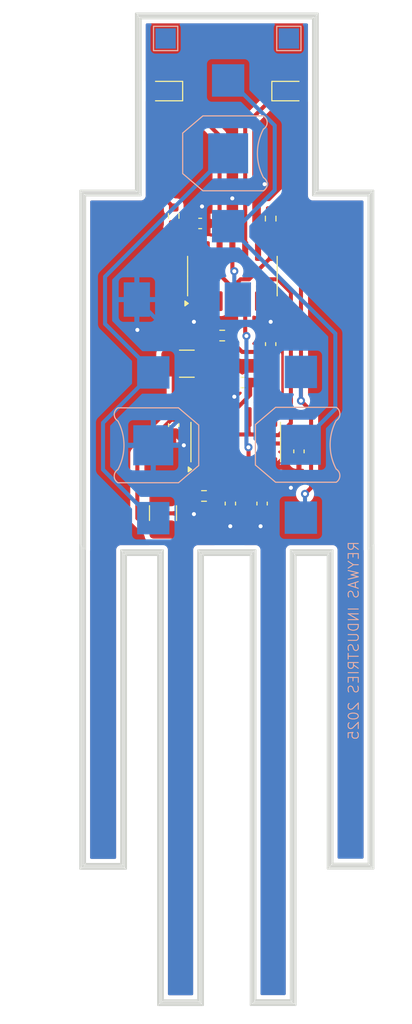
<source format=kicad_pcb>
(kicad_pcb (version 20221018) (generator pcbnew)
  (layers (0 "F.Cu" signal) (31 "B.Cu" signal) (34 "B.Paste" user) (35 "F.Paste" user) (36 "B.SilkS" user "B.Silkscreen") (37 "F.SilkS" user "F.Silkscreen") (38 "B.Mask" user) (39 "F.Mask" user) (44 "Edge.Cuts" user))
  (net 0 "")
  (net 1 "Net-(BT1-+)")
  (net 2 "GND")
  (net 3 "+6V")
  (net 4 "Net-(BT2--)")
  (net 5 "Net-(U2B-THR)")
  (net 6 "Net-(U2B-CV)")
  (net 7 "Net-(U2A-CV)")
  (net 8 "Net-(U2A-THR)")
  (net 9 "Net-(D1-K)")
  (net 10 "Net-(D2-K)")
  (net 11 "Net-(U2B-DIS)")
  (net 12 "Net-(U2A-DIS)")
  (net 13 "Net-(U2B-Q)")
  (net 14 "Net-(U2A-Q)")
  (net 15 "Net-(LS1-Pad1)")
  (net 18 "Net-(D1-A)")
  (net 19 "Net-(D2-A)")
  (footprint "LED_SMD:LED_0805_2012Metric" (layer "F.Cu") (at 132.6 47.2 180)
    (fp_text reference "D1" hide)
    (fp_text value "LED")
    (fp_line (start -1.685 -0.96) (end -1.685 0.96) (stroke (width 0.12)) (layer "F.SilkS"))
    (fp_line (start -1.685 0.96) (end 1 0.96) (stroke (width 0.12)) (layer "F.SilkS"))
    (fp_line (start 1 -0.96) (end -1.685 -0.96) (stroke (width 0.12)) (layer "F.SilkS"))
    (pad "1" smd roundrect (at -0.9375 0 180) (size 0.975 1.4) (layers "F.Cu" "F.Paste" "F.Mask") (net 9 "Net-(D1-K)"))
    (pad "2" smd roundrect (at 0.9375 0 180) (size 0.975 1.4) (layers "F.Cu" "F.Paste" "F.Mask") (net 18 "Net-(D1-A)"))
  )
  (footprint "Capacitor_SMD:C_0603_1608Metric" (layer "F.Cu") (at 136.02 60.2825 180)
    (fp_text reference "C7" hide)
    (fp_text value "100n")
    (fp_line (start -0.14058 -0.51) (end 0.14058 -0.51) (stroke (width 0.12)) (layer "F.SilkS"))
    (fp_line (start -0.14058 0.51) (end 0.14058 0.51) (stroke (width 0.12)) (layer "F.SilkS"))
    (pad "1" smd roundrect (at -0.775 0 180) (size 0.9 0.95) (layers "F.Cu" "F.Paste" "F.Mask") (net 2 "GND"))
    (pad "2" smd roundrect (at 0.775 0 180) (size 0.9 0.95) (layers "F.Cu" "F.Paste" "F.Mask") (net 3 "+6V"))
  )
  (footprint "Capacitor_SMD:C_0603_1608Metric" (layer "F.Cu") (at 140.2 76 180)
    (fp_text reference "C3" hide)
    (fp_text value "100n")
    (fp_line (start -0.14058 -0.51) (end 0.14058 -0.51) (stroke (width 0.12)) (layer "F.SilkS"))
    (fp_line (start -0.14058 0.51) (end 0.14058 0.51) (stroke (width 0.12)) (layer "F.SilkS"))
    (pad "1" smd roundrect (at -0.775 0 180) (size 0.9 0.95) (layers "F.Cu" "F.Paste" "F.Mask") (net 6 "Net-(U2B-CV)"))
    (pad "2" smd roundrect (at 0.775 0 180) (size 0.9 0.95) (layers "F.Cu" "F.Paste" "F.Mask") (net 2 "GND"))
  )
  (footprint "Capacitor_SMD:C_0603_1608Metric" (layer "F.Cu") (at 142.15 87.9575 -90)
    (fp_text reference "C5" hide)
    (fp_text value "47n")
    (fp_line (start -0.14058 -0.51) (end 0.14058 -0.51) (stroke (width 0.12)) (layer "F.SilkS"))
    (fp_line (start -0.14058 0.51) (end 0.14058 0.51) (stroke (width 0.12)) (layer "F.SilkS"))
    (pad "1" smd roundrect (at -0.775 0 270) (size 0.9 0.95) (layers "F.Cu" "F.Paste" "F.Mask") (net 8 "Net-(U2A-THR)"))
    (pad "2" smd roundrect (at 0.775 0 270) (size 0.9 0.95) (layers "F.Cu" "F.Paste" "F.Mask") (net 2 "GND"))
  )
  (footprint "Library:SMD2.4x3.6" (layer "F.Cu") (at 134.6 74)
    (fp_text reference "R2" hide)
    (fp_text value "R_Photo" hide)
    (fp_line (start -0.627064 -1.2) (end 0.827064 -1.2) (stroke (width 0.12)) (layer "F.SilkS"))
    (fp_line (start -0.627064 1.475) (end 0.827064 1.475) (stroke (width 0.12)) (layer "F.SilkS"))
    (pad "1" smd roundrect (at -1.525 0.1) (size 1.8 2.6) (layers "F.Cu" "F.Paste" "F.Mask") (roundrect_rratio 0.2222222222) (net 3 "+6V"))
    (pad "2" smd roundrect (at 1.675 0.1) (size 1.8 2.6) (layers "F.Cu" "F.Paste" "F.Mask") (roundrect_rratio 0.2222222222) (net 11 "Net-(U2B-DIS)"))
  )
  (footprint "Capacitor_SMD:C_0603_1608Metric" (layer "F.Cu") (at 139.01 87.9575 -90)
    (fp_text reference "C4" hide)
    (fp_text value "100n")
    (fp_line (start -0.14058 -0.51) (end 0.14058 -0.51) (stroke (width 0.12)) (layer "F.SilkS"))
    (fp_line (start -0.14058 0.51) (end 0.14058 0.51) (stroke (width 0.12)) (layer "F.SilkS"))
    (pad "1" smd roundrect (at -0.775 0 270) (size 0.9 0.95) (layers "F.Cu" "F.Paste" "F.Mask") (net 7 "Net-(U2A-CV)"))
    (pad "2" smd roundrect (at 0.775 0 270) (size 0.9 0.95) (layers "F.Cu" "F.Paste" "F.Mask") (net 2 "GND"))
  )
  (footprint "Resistor_SMD:R_0603_1608Metric" (layer "F.Cu") (at 136.4 87.2075)
    (fp_text reference "R4" hide)
    (fp_text value "10k")
    (fp_line (start -0.237258 -0.5225) (end 0.237258 -0.5225) (stroke (width 0.12)) (layer "F.SilkS"))
    (fp_line (start -0.237258 0.5225) (end 0.237258 0.5225) (stroke (width 0.12)) (layer "F.SilkS"))
    (pad "1" smd roundrect (at -0.825 0) (size 0.8 0.95) (layers "F.Cu" "F.Paste" "F.Mask") (net 12 "Net-(U2A-DIS)"))
    (pad "2" smd roundrect (at 0.825 0) (size 0.8 0.95) (layers "F.Cu" "F.Paste" "F.Mask") (net 8 "Net-(U2A-THR)"))
  )
  (footprint "Library:SMD2.4x3.6" (layer "F.Cu") (at 132.2 89 90)
    (fp_text reference "R3" hide)
    (fp_text value "R_Photo" hide)
    (fp_line (start -0.627064 -1.2) (end 0.827064 -1.2) (stroke (width 0.12)) (layer "F.SilkS"))
    (fp_line (start -0.627064 1.475) (end 0.827064 1.475) (stroke (width 0.12)) (layer "F.SilkS"))
    (pad "1" smd roundrect (at -1.525 0.1 90) (size 1.8 2.6) (layers "F.Cu" "F.Paste" "F.Mask") (roundrect_rratio 0.2222222222) (net 3 "+6V"))
    (pad "2" smd roundrect (at 1.675 0.1 90) (size 1.8 2.6) (layers "F.Cu" "F.Paste" "F.Mask") (roundrect_rratio 0.2222222222) (net 12 "Net-(U2A-DIS)"))
  )
  (footprint "Capacitor_SMD:C_0603_1608Metric" (layer "F.Cu") (at 145.8 82.8 -90)
    (fp_text reference "C1" hide)
    (fp_text value "1u")
    (fp_line (start -0.14058 -0.51) (end 0.14058 -0.51) (stroke (width 0.12)) (layer "F.SilkS"))
    (fp_line (start -0.14058 0.51) (end 0.14058 0.51) (stroke (width 0.12)) (layer "F.SilkS"))
    (pad "1" smd roundrect (at -0.775 0 270) (size 0.9 0.95) (layers "F.Cu" "F.Paste" "F.Mask") (net 3 "+6V"))
    (pad "2" smd roundrect (at 0.775 0 270) (size 0.9 0.95) (layers "F.Cu" "F.Paste" "F.Mask") (net 2 "GND"))
  )
  (footprint "Resistor_SMD:R_0603_1608Metric" (layer "F.Cu") (at 138.2 71.3575)
    (fp_text reference "R1" hide)
    (fp_text value "10k")
    (fp_line (start -0.237258 -0.5225) (end 0.237258 -0.5225) (stroke (width 0.12)) (layer "F.SilkS"))
    (fp_line (start -0.237258 0.5225) (end 0.237258 0.5225) (stroke (width 0.12)) (layer "F.SilkS"))
    (pad "1" smd roundrect (at -0.825 0) (size 0.8 0.95) (layers "F.Cu" "F.Paste" "F.Mask") (net 11 "Net-(U2B-DIS)"))
    (pad "2" smd roundrect (at 0.825 0) (size 0.8 0.95) (layers "F.Cu" "F.Paste" "F.Mask") (net 5 "Net-(U2B-THR)"))
  )
  (footprint "Package_SO:SOIC-14_3.9x8.7mm_P1.27mm" (layer "F.Cu") (at 139.21 65.4825 90)
    (fp_text reference "U1" hide)
    (fp_text value "4030")
    (fp_line (start 0 -4.435) (end -1.95 -4.435) (stroke (width 0.12)) (layer "F.SilkS"))
    (fp_line (start 0 -4.435) (end 1.95 -4.435) (stroke (width 0.12)) (layer "F.SilkS"))
    (fp_line (start 0 4.435) (end -1.95 4.435) (stroke (width 0.12)) (layer "F.SilkS"))
    (fp_line (start 0 4.435) (end 1.95 4.435) (stroke (width 0.12)) (layer "F.SilkS"))
    (fp_poly (pts (xy -2.7 -4.37) (xy -2.94 -4.7) (xy -2.46 -4.7) (xy -2.7 -4.37)) (stroke (width 0.12)) (fill solid) (layer "F.SilkS"))
    (pad "1" smd roundrect (at -2.475 -3.81 90) (size 1.95 0.6) (layers "F.Cu" "F.Paste" "F.Mask") (net 2 "GND"))
    (pad "2" smd roundrect (at -2.475 -2.54 90) (size 1.95 0.6) (layers "F.Cu" "F.Paste" "F.Mask") (net 2 "GND"))
    (pad "3" smd roundrect (at -2.475 -1.27 90) (size 1.95 0.6) (layers "F.Cu" "F.Paste" "F.Mask"))
    (pad "4" smd roundrect (at -2.475 0 90) (size 1.95 0.6) (layers "F.Cu" "F.Paste" "F.Mask") (net 9 "Net-(D1-K)"))
    (pad "5" smd roundrect (at -2.475 1.27 90) (size 1.95 0.6) (layers "F.Cu" "F.Paste" "F.Mask") (net 14 "Net-(U2A-Q)"))
    (pad "6" smd roundrect (at -2.475 2.54 90) (size 1.95 0.6) (layers "F.Cu" "F.Paste" "F.Mask") (net 13 "Net-(U2B-Q)"))
    (pad "7" smd roundrect (at -2.475 3.81 90) (size 1.95 0.6) (layers "F.Cu" "F.Paste" "F.Mask") (net 2 "GND"))
    (pad "8" smd roundrect (at 2.475 3.81 90) (size 1.95 0.6) (layers "F.Cu" "F.Paste" "F.Mask") (net 9 "Net-(D1-K)"))
    (pad "9" smd roundrect (at 2.475 2.54 90) (size 1.95 0.6) (layers "F.Cu" "F.Paste" "F.Mask") (net 3 "+6V"))
    (pad "10" smd roundrect (at 2.475 1.27 90) (size 1.95 0.6) (layers "F.Cu" "F.Paste" "F.Mask") (net 10 "Net-(D2-K)"))
    (pad "11" smd roundrect (at 2.475 0 90) (size 1.95 0.6) (layers "F.Cu" "F.Paste" "F.Mask") (net 15 "Net-(LS1-Pad1)"))
    (pad "12" smd roundrect (at 2.475 -1.27 90) (size 1.95 0.6) (layers "F.Cu" "F.Paste" "F.Mask") (net 9 "Net-(D1-K)"))
    (pad "13" smd roundrect (at 2.475 -2.54 90) (size 1.95 0.6) (layers "F.Cu" "F.Paste" "F.Mask") (net 3 "+6V"))
    (pad "14" smd roundrect (at 2.475 -3.81 90) (size 1.95 0.6) (layers "F.Cu" "F.Paste" "F.Mask") (net 3 "+6V"))
  )
  (footprint "Package_SO:SOIC-14_3.9x8.7mm_P1.27mm" (layer "F.Cu") (at 139.54 81.8825 90)
    (fp_text reference "U2" hide)
    (fp_text value "LM556")
    (fp_line (start 0 -4.435) (end -1.95 -4.435) (stroke (width 0.12)) (layer "F.SilkS"))
    (fp_line (start 0 -4.435) (end 1.95 -4.435) (stroke (width 0.12)) (layer "F.SilkS"))
    (fp_line (start 0 4.435) (end -1.95 4.435) (stroke (width 0.12)) (layer "F.SilkS"))
    (fp_line (start 0 4.435) (end 1.95 4.435) (stroke (width 0.12)) (layer "F.SilkS"))
    (fp_poly (pts (xy -2.7 -4.37) (xy -2.94 -4.7) (xy -2.46 -4.7) (xy -2.7 -4.37)) (stroke (width 0.12)) (fill solid) (layer "F.SilkS"))
    (pad "1" smd roundrect (at -2.475 -3.81 90) (size 1.95 0.6) (layers "F.Cu" "F.Paste" "F.Mask") (net 12 "Net-(U2A-DIS)"))
    (pad "2" smd roundrect (at -2.475 -2.54 90) (size 1.95 0.6) (layers "F.Cu" "F.Paste" "F.Mask") (net 8 "Net-(U2A-THR)"))
    (pad "3" smd roundrect (at -2.475 -1.27 90) (size 1.95 0.6) (layers "F.Cu" "F.Paste" "F.Mask") (net 7 "Net-(U2A-CV)"))
    (pad "4" smd roundrect (at -2.475 0 90) (size 1.95 0.6) (layers "F.Cu" "F.Paste" "F.Mask") (net 3 "+6V"))
    (pad "5" smd roundrect (at -2.475 1.27 90) (size 1.95 0.6) (layers "F.Cu" "F.Paste" "F.Mask") (net 14 "Net-(U2A-Q)"))
    (pad "6" smd roundrect (at -2.475 2.54 90) (size 1.95 0.6) (layers "F.Cu" "F.Paste" "F.Mask") (net 8 "Net-(U2A-THR)"))
    (pad "7" smd roundrect (at -2.475 3.81 90) (size 1.95 0.6) (layers "F.Cu" "F.Paste" "F.Mask") (net 2 "GND"))
    (pad "8" smd roundrect (at 2.475 3.81 90) (size 1.95 0.6) (layers "F.Cu" "F.Paste" "F.Mask") (net 5 "Net-(U2B-THR)"))
    (pad "9" smd roundrect (at 2.475 2.54 90) (size 1.95 0.6) (layers "F.Cu" "F.Paste" "F.Mask") (net 13 "Net-(U2B-Q)"))
    (pad "10" smd roundrect (at 2.475 1.27 90) (size 1.95 0.6) (layers "F.Cu" "F.Paste" "F.Mask") (net 3 "+6V"))
    (pad "11" smd roundrect (at 2.475 0 90) (size 1.95 0.6) (layers "F.Cu" "F.Paste" "F.Mask") (net 6 "Net-(U2B-CV)"))
    (pad "12" smd roundrect (at 2.475 -1.27 90) (size 1.95 0.6) (layers "F.Cu" "F.Paste" "F.Mask") (net 5 "Net-(U2B-THR)"))
    (pad "13" smd roundrect (at 2.475 -2.54 90) (size 1.95 0.6) (layers "F.Cu" "F.Paste" "F.Mask") (net 11 "Net-(U2B-DIS)"))
    (pad "14" smd roundrect (at 2.475 -3.81 90) (size 1.95 0.6) (layers "F.Cu" "F.Paste" "F.Mask") (net 3 "+6V"))
  )
  (footprint "Resistor_SMD:R_0603_1608Metric" (layer "F.Cu") (at 133.4 59.5325 -90)
    (fp_text reference "R5" hide)
    (fp_text value "220")
    (fp_line (start -0.237258 -0.5225) (end 0.237258 -0.5225) (stroke (width 0.12)) (layer "F.SilkS"))
    (fp_line (start -0.237258 0.5225) (end 0.237258 0.5225) (stroke (width 0.12)) (layer "F.SilkS"))
    (pad "1" smd roundrect (at -0.825 0 270) (size 0.8 0.95) (layers "F.Cu" "F.Paste" "F.Mask") (net 18 "Net-(D1-A)"))
    (pad "2" smd roundrect (at 0.825 0 270) (size 0.8 0.95) (layers "F.Cu" "F.Paste" "F.Mask") (net 3 "+6V"))
  )
  (footprint "LED_SMD:LED_0805_2012Metric" (layer "F.Cu") (at 144.8 47.2)
    (fp_text reference "D2" hide)
    (fp_text value "LED")
    (fp_line (start -1.685 -0.96) (end -1.685 0.96) (stroke (width 0.12)) (layer "F.SilkS"))
    (fp_line (start -1.685 0.96) (end 1 0.96) (stroke (width 0.12)) (layer "F.SilkS"))
    (fp_line (start 1 -0.96) (end -1.685 -0.96) (stroke (width 0.12)) (layer "F.SilkS"))
    (pad "1" smd roundrect (at -0.9375 0) (size 0.975 1.4) (layers "F.Cu" "F.Paste" "F.Mask") (net 10 "Net-(D2-K)"))
    (pad "2" smd roundrect (at 0.9375 0) (size 0.975 1.4) (layers "F.Cu" "F.Paste" "F.Mask") (net 19 "Net-(D2-A)"))
  )
  (footprint "Resistor_SMD:R_0603_1608Metric" (layer "F.Cu") (at 143 59.8 -90)
    (fp_text reference "R6" hide)
    (fp_text value "220")
    (fp_line (start -0.237258 -0.5225) (end 0.237258 -0.5225) (stroke (width 0.12)) (layer "F.SilkS"))
    (fp_line (start -0.237258 0.5225) (end 0.237258 0.5225) (stroke (width 0.12)) (layer "F.SilkS"))
    (pad "1" smd roundrect (at -0.825 0 270) (size 0.8 0.95) (layers "F.Cu" "F.Paste" "F.Mask") (net 19 "Net-(D2-A)"))
    (pad "2" smd roundrect (at 0.825 0 270) (size 0.8 0.95) (layers "F.Cu" "F.Paste" "F.Mask") (net 3 "+6V"))
  )
  (footprint "Capacitor_SMD:C_0603_1608Metric" (layer "F.Cu") (at 133.4 80.2 90)
    (fp_text reference "C6" hide)
    (fp_text value "100n")
    (fp_line (start -0.14058 -0.51) (end 0.14058 -0.51) (stroke (width 0.12)) (layer "F.SilkS"))
    (fp_line (start -0.14058 0.51) (end 0.14058 0.51) (stroke (width 0.12)) (layer "F.SilkS"))
    (pad "1" smd roundrect (at -0.775 0 90) (size 0.9 0.95) (layers "F.Cu" "F.Paste" "F.Mask") (net 2 "GND"))
    (pad "2" smd roundrect (at 0.775 0 90) (size 0.9 0.95) (layers "F.Cu" "F.Paste" "F.Mask") (net 3 "+6V"))
  )
  (footprint "Capacitor_SMD:C_0603_1608Metric" (layer "F.Cu") (at 143 72.2 90)
    (fp_text reference "C2" hide)
    (fp_text value "47n")
    (fp_line (start -0.14058 -0.51) (end 0.14058 -0.51) (stroke (width 0.12)) (layer "F.SilkS"))
    (fp_line (start -0.14058 0.51) (end 0.14058 0.51) (stroke (width 0.12)) (layer "F.SilkS"))
    (pad "1" smd roundrect (at -0.775 0 90) (size 0.9 0.95) (layers "F.Cu" "F.Paste" "F.Mask") (net 5 "Net-(U2B-THR)"))
    (pad "2" smd roundrect (at 0.775 0 90) (size 0.9 0.95) (layers "F.Cu" "F.Paste" "F.Mask") (net 2 "GND"))
  )
  (footprint "Library:BatteryHolder_Keystone_2996" (layer "B.Cu") (at 139.4875 81.6 90)
    (fp_text reference "BT2" hide)
    (fp_text value "Battery_Cell")
    (fp_line (start -4.25 10) (end -4.25 4) (stroke (width 0.12)) (layer "B.SilkS"))
    (fp_line (start -2.55 2) (end -4.25 4) (stroke (width 0.12)) (layer "B.SilkS"))
    (fp_line (start -2.55 2) (end 1.45 2) (stroke (width 0.12)) (layer "B.SilkS"))
    (fp_line (start 1.45 2) (end 3.15 4) (stroke (width 0.12)) (layer "B.SilkS"))
    (fp_line (start 3.15 10) (end 3.15 4) (stroke (width 0.12)) (layer "B.SilkS"))
    (fp_arc (start -2.95 10) (mid -3.605452 10.363197) (end -4.255648 9.990673) (stroke (width 0.12)) (layer "B.SilkS"))
    (fp_arc (start -2.95 10) (mid -0.55488 9.400002) (end 1.841383 9.995415) (stroke (width 0.12)) (layer "B.SilkS"))
    (fp_arc (start 3.153723 10) (mid 2.496477 10.366382) (end 1.842627 9.993972) (stroke (width 0.12)) (layer "B.SilkS"))
    (pad "1" smd rect (at -7.75 6.5 90) (size 3.2 3.2) (layers "B.Cu" "B.Paste" "B.Mask") (net 3 "+6V"))
    (pad "1" smd rect (at 6.65 6.5 90) (size 3.2 3.2) (layers "B.Cu" "B.Paste" "B.Mask") (net 3 "+6V"))
    (pad "2" smd rect (at -0.55 6.5 90) (size 3.96 3.96) (layers "B.Cu" "B.Paste" "B.Mask") (net 4 "Net-(BT2--)"))
  )
  (footprint "Library:BatteryHolder_Keystone_2996" (layer "B.Cu") (at 132.2875 52.8 90)
    (fp_text reference "BT3" hide)
    (fp_text value "Battery_Cell")
    (fp_line (start -4.25 10) (end -4.25 4) (stroke (width 0.12)) (layer "B.SilkS"))
    (fp_line (start -2.55 2) (end -4.25 4) (stroke (width 0.12)) (layer "B.SilkS"))
    (fp_line (start -2.55 2) (end 1.45 2) (stroke (width 0.12)) (layer "B.SilkS"))
    (fp_line (start 1.45 2) (end 3.15 4) (stroke (width 0.12)) (layer "B.SilkS"))
    (fp_line (start 3.15 10) (end 3.15 4) (stroke (width 0.12)) (layer "B.SilkS"))
    (fp_arc (start -2.95 10) (mid -3.605452 10.363197) (end -4.255648 9.990673) (stroke (width 0.12)) (layer "B.SilkS"))
    (fp_arc (start -2.95 10) (mid -0.55488 9.400002) (end 1.841383 9.995415) (stroke (width 0.12)) (layer "B.SilkS"))
    (fp_arc (start 3.153723 10) (mid 2.496477 10.366382) (end 1.842627 9.993972) (stroke (width 0.12)) (layer "B.SilkS"))
    (pad "1" smd rect (at -7.75 6.5 90) (size 3.2 3.2) (layers "B.Cu" "B.Paste" "B.Mask") (net 4 "Net-(BT2--)"))
    (pad "1" smd rect (at 6.65 6.5 90) (size 3.2 3.2) (layers "B.Cu" "B.Paste" "B.Mask") (net 4 "Net-(BT2--)"))
    (pad "2" smd rect (at -0.55 6.5 90) (size 3.96 3.96) (layers "B.Cu" "B.Paste" "B.Mask") (net 1 "Net-(BT1-+)"))
  )
  (footprint "TestPoint:TestPoint_Pad_2.0x2.0mm" (layer "B.Cu") (at 144.8 42 180)
    (fp_text reference "TP1" hide)
    (fp_text value "TestPoint")
    (fp_line (start -1.2 -1.2) (end -1.2 1.2) (stroke (width 0.12)) (layer "B.SilkS"))
    (fp_line (start -1.2 1.2) (end 1.2 1.2) (stroke (width 0.12)) (layer "B.SilkS"))
    (fp_line (start 1.2 -1.2) (end -1.2 -1.2) (stroke (width 0.12)) (layer "B.SilkS"))
    (fp_line (start 1.2 1.2) (end 1.2 -1.2) (stroke (width 0.12)) (layer "B.SilkS"))
    (pad "1" smd rect (at 0 0 180) (size 2 2) (layers "B.Cu" "B.Mask"))
  )
  (footprint "Library:BatteryHolder_Keystone_2996" (layer "B.Cu") (at 137.875 82.75 -90)
    (fp_text reference "BT1" hide)
    (fp_text value "Battery_Cell")
    (fp_line (start -4.25 10) (end -4.25 4) (stroke (width 0.12)) (layer "B.SilkS"))
    (fp_line (start -2.55 2) (end -4.25 4) (stroke (width 0.12)) (layer "B.SilkS"))
    (fp_line (start -2.55 2) (end 1.45 2) (stroke (width 0.12)) (layer "B.SilkS"))
    (fp_line (start 1.45 2) (end 3.15 4) (stroke (width 0.12)) (layer "B.SilkS"))
    (fp_line (start 3.15 10) (end 3.15 4) (stroke (width 0.12)) (layer "B.SilkS"))
    (fp_arc (start -2.95 10) (mid -3.605452 10.363197) (end -4.255648 9.990673) (stroke (width 0.12)) (layer "B.SilkS"))
    (fp_arc (start -2.95 10) (mid -0.55488 9.400002) (end 1.841383 9.995415) (stroke (width 0.12)) (layer "B.SilkS"))
    (fp_arc (start 3.153723 10) (mid 2.496477 10.366382) (end 1.842627 9.993972) (stroke (width 0.12)) (layer "B.SilkS"))
    (pad "1" smd rect (at -7.75 6.5 270) (size 3.2 3.2) (layers "B.Cu" "B.Paste" "B.Mask") (net 1 "Net-(BT1-+)"))
    (pad "1" smd rect (at 6.65 6.5 270) (size 3.2 3.2) (layers "B.Cu" "B.Paste" "B.Mask") (net 1 "Net-(BT1-+)"))
    (pad "2" smd rect (at -0.55 6.5 270) (size 3.96 3.96) (layers "B.Cu" "B.Paste" "B.Mask") (net 2 "GND"))
  )
  (footprint "TestPoint:TestPoint_Pad_2.0x2.0mm" (layer "B.Cu") (at 132.6 42 180)
    (fp_text reference "TP2" hide)
    (fp_text value "TestPoint")
    (fp_line (start -1.2 -1.2) (end -1.2 1.2) (stroke (width 0.12)) (layer "B.SilkS"))
    (fp_line (start -1.2 1.2) (end 1.2 1.2) (stroke (width 0.12)) (layer "B.SilkS"))
    (fp_line (start 1.2 -1.2) (end -1.2 -1.2) (stroke (width 0.12)) (layer "B.SilkS"))
    (fp_line (start 1.2 1.2) (end 1.2 -1.2) (stroke (width 0.12)) (layer "B.SilkS"))
    (pad "1" smd rect (at 0 0 180) (size 2 2) (layers "B.Cu" "B.Mask"))
  )
  (footprint "Library:Piezo PKMCS0909E4000-R1" (layer "B.Cu") (at 135.45 68.2 180)
    (fp_text reference "LS1" hide)
    (fp_text value "Speaker_Crystal")
    (pad "1" smd rect (at -4.3 0.4 180) (size 2.6 3.4) (layers "B.Cu" "B.Paste" "B.Mask") (net 15 "Net-(LS1-Pad1)"))
    (pad "2" smd rect (at 5.7 0.4 180) (size 2.6 3.4) (layers "B.Cu" "B.Paste" "B.Mask") (net 2 "GND"))
  )
  (gr_line (start 132.327183 137.046876) (end 132.327183 92.570312) (stroke (width 0.2)) (layer "Edge.Cuts"))
  (gr_line (start 124.385098 92.258711) (end 124.385098 123.808206) (stroke (width 0.2)) (layer "Edge.Cuts"))
  (gr_line (start 153.168721 124.019526) (end 153.168721 92.001952) (stroke (width 0.2)) (layer "Edge.Cuts"))
  (gr_line (start 129.658985 39.773437) (end 129.658985 57.039062) (stroke (width 0.2)) (layer "Edge.Cuts"))
  (gr_line (start 144.993199 137.033206) (end 141.493199 137.033206) (stroke (width 0.2)) (layer "Edge.Cuts"))
  (gr_line (start 124.629722 57.507812) (end 130.127769 57.507812) (stroke (width 0.2)) (layer "Edge.Cuts"))
  (gr_line (start 148.651141 124.019526) (end 153.168721 124.019526) (stroke (width 0.2)) (layer "Edge.Cuts"))
  (gr_line (start 124.151138 92.02539) (end 124.151138 124.042966) (stroke (width 0.2)) (layer "Edge.Cuts"))
  (gr_line (start 152.690231 57.507812) (end 152.690231 92.470702) (stroke (width 0.2)) (layer "Edge.Cuts"))
  (gr_line (start 149.120151 92.570312) (end 144.993199 92.570312) (stroke (width 0.2)) (layer "Edge.Cuts"))
  (gr_line (start 152.924781 92.235973) (end 152.924781 57.274283) (stroke (width 0.2)) (layer "Edge.Cuts"))
  (gr_line (start 148.884891 92.804414) (end 148.884891 123.785466) (stroke (width 0.2)) (layer "Edge.Cuts"))
  (gr_line (start 132.092638 137.280256) (end 136.060355 137.280256) (stroke (width 0.2)) (layer "Edge.Cuts"))
  (gr_line (start 128.434464 123.808206) (end 128.434464 92.804414) (stroke (width 0.2)) (layer "Edge.Cuts"))
  (gr_line (start 153.168721 92.001952) (end 153.158721 92.001952) (stroke (width 0.2)) (layer "Edge.Cuts"))
  (gr_line (start 147.190231 57.507812) (end 152.690231 57.507812) (stroke (width 0.2)) (layer "Edge.Cuts"))
  (gr_line (start 147.190231 40.007812) (end 147.190231 57.507812) (stroke (width 0.2)) (layer "Edge.Cuts"))
  (gr_line (start 152.924781 57.274283) (end 147.425371 57.274283) (stroke (width 0.2)) (layer "Edge.Cuts"))
  (gr_line (start 128.668716 124.042966) (end 128.668716 93.039062) (stroke (width 0.2)) (layer "Edge.Cuts"))
  (gr_line (start 149.120151 123.550776) (end 149.120151 92.570312) (stroke (width 0.2)) (layer "Edge.Cuts"))
  (gr_line (start 145.461685 137.501956) (end 145.461685 93.039062) (stroke (width 0.2)) (layer "Edge.Cuts"))
  (gr_line (start 141.259521 92.804414) (end 141.259521 137.267336) (stroke (width 0.2)) (layer "Edge.Cuts"))
  (gr_line (start 141.493199 92.570312) (end 135.827183 92.570312) (stroke (width 0.2)) (layer "Edge.Cuts"))
  (gr_line (start 136.060355 92.804414) (end 141.259521 92.804414) (stroke (width 0.2)) (layer "Edge.Cuts"))
  (gr_line (start 124.394898 57.274283) (end 124.394898 92.258711) (stroke (width 0.2)) (layer "Edge.Cuts"))
  (gr_line (start 128.2 92.570312) (end 128.2 123.574216) (stroke (width 0.2)) (layer "Edge.Cuts"))
  (gr_line (start 147.658721 57.039062) (end 147.658721 39.539062) (stroke (width 0.2)) (layer "Edge.Cuts"))
  (gr_line (start 129.893787 39.774059) (end 129.893787 57.274283) (stroke (width 0.2)) (layer "Edge.Cuts"))
  (gr_line (start 124.394898 92.258711) (end 124.385098 92.258711) (stroke (width 0.2)) (layer "Edge.Cuts"))
  (gr_line (start 144.993199 92.570312) (end 144.993199 137.033206) (stroke (width 0.2)) (layer "Edge.Cuts"))
  (gr_line (start 131.858169 137.513666) (end 136.293716 137.513666) (stroke (width 0.2)) (layer "Edge.Cuts"))
  (gr_line (start 141.026138 137.501956) (end 145.461685 137.501956) (stroke (width 0.2)) (layer "Edge.Cuts"))
  (gr_line (start 124.151138 124.042966) (end 128.668716 124.042966) (stroke (width 0.2)) (layer "Edge.Cuts"))
  (gr_line (start 128.434464 92.804414) (end 132.092638 92.804414) (stroke (width 0.2)) (layer "Edge.Cuts"))
  (gr_line (start 124.619922 123.574216) (end 124.619922 92.492187) (stroke (width 0.2)) (layer "Edge.Cuts"))
  (gr_line (start 152.700231 92.470702) (end 152.700231 123.550776) (stroke (width 0.2)) (layer "Edge.Cuts"))
  (gr_line (start 152.934781 123.785466) (end 152.934781 92.235973) (stroke (width 0.2)) (layer "Edge.Cuts"))
  (gr_line (start 141.259521 137.267336) (end 145.227237 137.267336) (stroke (width 0.2)) (layer "Edge.Cuts"))
  (gr_line (start 131.858169 93.039062) (end 131.858169 137.513666) (stroke (width 0.2)) (layer "Edge.Cuts"))
  (gr_line (start 136.060355 137.280256) (end 136.060355 92.804414) (stroke (width 0.2)) (layer "Edge.Cuts"))
  (gr_line (start 153.158721 92.001952) (end 153.158721 57.039062) (stroke (width 0.2)) (layer "Edge.Cuts"))
  (gr_line (start 132.327183 92.570312) (end 128.2 92.570312) (stroke (width 0.2)) (layer "Edge.Cuts"))
  (gr_line (start 141.493199 137.033206) (end 141.493199 92.570312) (stroke (width 0.2)) (layer "Edge.Cuts"))
  (gr_line (start 124.619922 92.492187) (end 124.629722 92.492187) (stroke (width 0.2)) (layer "Edge.Cuts"))
  (gr_line (start 129.658985 57.039062) (end 124.160938 57.039062) (stroke (width 0.2)) (layer "Edge.Cuts"))
  (gr_line (start 129.658985 39.539062) (end 129.658985 39.773437) (stroke (width 0.2)) (layer "Edge.Cuts"))
  (gr_line (start 124.160938 92.02539) (end 124.151138 92.02539) (stroke (width 0.2)) (layer "Edge.Cuts"))
  (gr_line (start 147.425371 39.774059) (end 129.893787 39.774059) (stroke (width 0.2)) (layer "Edge.Cuts"))
  (gr_line (start 128.2 123.574216) (end 124.619922 123.574216) (stroke (width 0.2)) (layer "Edge.Cuts"))
  (gr_line (start 124.160938 57.039062) (end 124.160938 92.02539) (stroke (width 0.2)) (layer "Edge.Cuts"))
  (gr_line (start 145.461685 93.039062) (end 148.651141 93.039062) (stroke (width 0.2)) (layer "Edge.Cuts"))
  (gr_line (start 147.658721 39.539062) (end 129.658985 39.539062) (stroke (width 0.2)) (layer "Edge.Cuts"))
  (gr_line (start 152.700231 123.550776) (end 149.120151 123.550776) (stroke (width 0.2)) (layer "Edge.Cuts"))
  (gr_line (start 153.158721 57.039062) (end 147.658721 57.039062) (stroke (width 0.2)) (layer "Edge.Cuts"))
  (gr_line (start 152.934781 92.235973) (end 152.924781 92.235973) (stroke (width 0.2)) (layer "Edge.Cuts"))
  (gr_line (start 135.827183 92.570312) (end 135.827183 137.046876) (stroke (width 0.2)) (layer "Edge.Cuts"))
  (gr_line (start 136.293716 93.039062) (end 141.026138 93.039062) (stroke (width 0.2)) (layer "Edge.Cuts"))
  (gr_line (start 145.227237 137.267336) (end 145.227237 92.804414) (stroke (width 0.2)) (layer "Edge.Cuts"))
  (gr_line (start 147.425371 57.274283) (end 147.425371 39.774059) (stroke (width 0.2)) (layer "Edge.Cuts"))
  (gr_line (start 124.629722 92.492187) (end 124.629722 57.507812) (stroke (width 0.2)) (layer "Edge.Cuts"))
  (gr_line (start 130.127735 40.007812) (end 147.190231 40.007812) (stroke (width 0.2)) (layer "Edge.Cuts"))
  (gr_line (start 148.884891 123.785466) (end 152.934781 123.785466) (stroke (width 0.2)) (layer "Edge.Cuts"))
  (gr_line (start 145.227237 92.804414) (end 148.884891 92.804414) (stroke (width 0.2)) (layer "Edge.Cuts"))
  (gr_line (start 132.092638 92.804414) (end 132.092638 137.280256) (stroke (width 0.2)) (layer "Edge.Cuts"))
  (gr_line (start 148.651141 93.039062) (end 148.651141 124.019526) (stroke (width 0.2)) (layer "Edge.Cuts"))
  (gr_line (start 135.827183 137.046876) (end 132.327183 137.046876) (stroke (width 0.2)) (layer "Edge.Cuts"))
  (gr_line (start 152.690231 92.470702) (end 152.700231 92.470702) (stroke (width 0.2)) (layer "Edge.Cuts"))
  (gr_line (start 124.385098 123.808206) (end 128.434464 123.808206) (stroke (width 0.2)) (layer "Edge.Cuts"))
  (gr_line (start 128.668716 93.039062) (end 131.858169 93.039062) (stroke (width 0.2)) (layer "Edge.Cuts"))
  (gr_line (start 129.893787 57.274283) (end 124.394898 57.274283) (stroke (width 0.2)) (layer "Edge.Cuts"))
  (gr_line (start 130.127769 57.507812) (end 130.127735 40.007812) (stroke (width 0.2)) (layer "Edge.Cuts"))
  (gr_line (start 136.293716 137.513666) (end 136.293716 93.039062) (stroke (width 0.2)) (layer "Edge.Cuts"))
  (gr_line (start 141.026138 93.039062) (end 141.026138 137.501956) (stroke (width 0.2)) (layer "Edge.Cuts"))
  (gr_text "REYWAS INDUSTRIES 2025" (at 151.8 91.6 90) (layer "B.SilkS") (effects (font (size 1 1) (thickness 0.1)) (justify left bottom mirror)))
  (segment (start 131.2 89.4) (end 126.4 84.6) (width 0.4) (layer "B.Cu") (net 1))
  (segment (start 131.375 75) (end 131.375 74.975) (width 0.4) (layer "B.Cu") (net 1))
  (segment (start 126.6 70.2) (end 126.6 65.5375) (width 0.4) (layer "B.Cu") (net 1))
  (segment (start 131.375 74.975) (end 126.6 70.2) (width 0.4) (layer "B.Cu") (net 1))
  (segment (start 126.4 79.975) (end 131.375 75) (width 0.4) (layer "B.Cu") (net 1))
  (segment (start 126.6 65.5375) (end 138.7875 53.35) (width 0.4) (layer "B.Cu") (net 1))
  (segment (start 126.4 84.6) (end 126.4 79.975) (width 0.4) (layer "B.Cu") (net 1))
  (segment (start 131.375 89.4) (end 131.2 89.4) (width 0.4) (layer "B.Cu") (net 1))
  (segment (start 142 90.2) (end 142.15 90.05) (width 0.4) (layer "F.Cu") (net 2))
  (segment (start 145.8 83.575) (end 145.8 85.6) (width 0.4) (layer "F.Cu") (net 2))
  (segment (start 139.4 76.025) (end 139.425 76) (width 0.4) (layer "F.Cu") (net 2))
  (segment (start 134.4 81.975) (end 133.4 80.975) (width 0.4) (layer "F.Cu") (net 2))
  (segment (start 134.4 82.2) (end 134.4 81.975) (width 0.4) (layer "F.Cu") (net 2))
  (segment (start 143 71.425) (end 143 70) (width 0.4) (layer "F.Cu") (net 2))
  (segment (start 139 90.2) (end 139 88.7425) (width 0.4) (layer "F.Cu") (net 2))
  (segment (start 136.795 59.195) (end 136.795 60.2825) (width 0.4) (layer "F.Cu") (net 2))
  (segment (start 139 88.7425) (end 139.01 88.7325) (width 0.4) (layer "F.Cu") (net 2))
  (segment (start 145.8 83.575) (end 144.1325 83.575) (width 0.4) (layer "F.Cu") (net 2))
  (segment (start 143.35 88.25) (end 143.35 84.3575) (width 0.4) (layer "F.Cu") (net 2))
  (segment (start 135.4 70) (end 135.4 67.9575) (width 0.4) (layer "F.Cu") (net 2))
  (segment (start 142.8675 88.7325) (end 143.35 88.25) (width 0.4) (layer "F.Cu") (net 2))
  (segment (start 136.2 58.6) (end 136.795 59.195) (width 0.4) (layer "F.Cu") (net 2))
  (segment (start 145.8 85.6) (end 145 86.4) (width 0.4) (layer "F.Cu") (net 2))
  (segment (start 143 70) (end 143 67.9775) (width 0.4) (layer "F.Cu") (net 2))
  (segment (start 142.15 90.05) (end 142.15 88.7325) (width 0.4) (layer "F.Cu") (net 2))
  (segment (start 143.025 71.4) (end 143 71.425) (width 0.4) (layer "F.Cu") (net 2))
  (segment (start 139.4 77.4) (end 139.4 76.025) (width 0.4) (layer "F.Cu") (net 2))
  (segment (start 136.67 67.9575) (end 135.4 67.9575) (width 0.4) (layer "F.Cu") (net 2))
  (segment (start 143 67.9775) (end 143.02 67.9575) (width 0.4) (layer "F.Cu") (net 2))
  (segment (start 142.15 88.7325) (end 142.8675 88.7325) (width 0.4) (layer "F.Cu") (net 2))
  (segment (start 144.1325 83.575) (end 143.35 84.3575) (width 0.4) (layer "F.Cu") (net 2))
  (via (at 135.4 89) (size 0.8) (drill 0.4) (layers "F.Cu" "B.Cu") (net 2))
  (via (at 139.2 57.8) (size 0.8) (drill 0.4) (layers "F.Cu" "B.Cu") (net 2))
  (via (at 135.4 70) (size 0.8) (drill 0.4) (layers "F.Cu" "B.Cu") (net 2))
  (via (at 134.4 82.2) (size 0.8) (drill 0.4) (layers "F.Cu" "B.Cu") (net 2))
  (via (at 139 90.2) (size 0.8) (drill 0.4) (layers "F.Cu" "B.Cu") (net 2))
  (via (at 129.8 70.8) (size 0.8) (drill 0.4) (layers "F.Cu" "B.Cu") (net 2))
  (via (at 139.4 77.4) (size 0.8) (drill 0.4) (layers "F.Cu" "B.Cu") (net 2))
  (via (at 142.4 56.4) (size 0.8) (drill 0.4) (layers "F.Cu" "B.Cu") (net 2))
  (via (at 142 90.2) (size 0.8) (drill 0.4) (layers "F.Cu" "B.Cu") (net 2))
  (via (at 143 70) (size 0.8) (drill 0.4) (layers "F.Cu" "B.Cu") (net 2))
  (via (at 145 86.4) (size 0.8) (drill 0.4) (layers "F.Cu" "B.Cu") (net 2))
  (via (at 136.2 58.6) (size 0.8) (drill 0.4) (layers "F.Cu" "B.Cu") (net 2))
  (segment (start 131.375 84.975) (end 131.375 82.2) (width 0.4) (layer "B.Cu") (net 2))
  (segment (start 129.75 65.05) (end 136.2 58.6) (width 0.4) (layer "B.Cu") (net 2))
  (segment (start 129.75 70.75) (end 129.8 70.8) (width 0.4) (layer "B.Cu") (net 2))
  (segment (start 129.75 67.8) (end 131.95 70) (width 0.4) (layer "B.Cu") (net 2))
  (segment (start 141 57.8) (end 139.2 57.8) (width 0.4) (layer "B.Cu") (net 2))
  (segment (start 135.4 70) (end 143 70) (width 0.4) (layer "B.Cu") (net 2))
  (segment (start 134.4 82.2) (end 134.6 82.2) (width 0.4) (layer "B.Cu") (net 2))
  (segment (start 131.375 82.2) (end 135.4 78.175) (width 0.4) (layer "B.Cu") (net 2))
  (segment (start 131.95 70) (end 135.4 70) (width 0.4) (layer "B.Cu") (net 2))
  (segment (start 129.75 67.8) (end 129.75 70.75) (width 0.4) (layer "B.Cu") (net 2))
  (segment (start 139.2 57.8) (end 137 57.8) (width 0.4) (layer "B.Cu") (net 2))
  (segment (start 129.75 67.8) (end 129.75 65.05) (width 0.4) (layer "B.Cu") (net 2))
  (segment (start 134.6 82.2) (end 139.4 77.4) (width 0.4) (layer "B.Cu") (net 2))
  (segment (start 139 90.2) (end 142 90.2) (width 0.4) (layer "B.Cu") (net 2))
  (segment (start 131.375 82.2) (end 134.4 82.2) (width 0.4) (layer "B.Cu") (net 2))
  (segment (start 135.4 78.175) (end 135.4 70) (width 0.4) (layer "B.Cu") (net 2))
  (segment (start 139 90.2) (end 136.6 90.2) (width 0.4) (layer "B.Cu") (net 2))
  (segment (start 136.6 90.2) (end 131.375 84.975) (width 0.4) (layer "B.Cu") (net 2))
  (segment (start 137 57.8) (end 136.2 58.6) (width 0.4) (layer "B.Cu") (net 2))
  (segment (start 142.4 56.4) (end 141 57.8) (width 0.4) (layer "B.Cu") (net 2))
  (segment (start 140.81 80.9425) (end 141 81.1325) (width 0.4) (layer "F.Cu") (net 3))
  (segment (start 140.6 81.1325) (end 139.4 81.1325) (width 0.4) (layer "F.Cu") (net 3))
  (segment (start 141.75 61.875) (end 143 60.625) (width 0.4) (layer "F.Cu") (net 3))
  (segment (start 135.73 79.4075) (end 135.73 80.382499) (width 0.4) (layer "F.Cu") (net 3))
  (segment (start 133.4 79.425) (end 133.4 74.425) (width 0.4) (layer "F.Cu") (net 3))
  (segment (start 141.5325 81.1325) (end 141 81.1325) (width 0.4) (layer "F.Cu") (net 3))
  (segment (start 135.17 60.3575) (end 135.245 60.2825) (width 0.4) (layer "F.Cu") (net 3))
  (segment (start 147 86.4) (end 146.4 87) (width 0.4) (layer "F.Cu") (net 3))
  (segment (start 147 82) (end 147 86.4) (width 0.4) (layer "F.Cu") (net 3))
  (segment (start 139.54 81.2725) (end 139.4 81.1325) (width 0.4) (layer "F.Cu") (net 3))
  (segment (start 133.075 74.1) (end 133.075 60.6825) (width 0.4) (layer "F.Cu") (net 3))
  (segment (start 146 77.8) (end 146 63.2) (width 0.4) (layer "F.Cu") (net 3))
  (segment (start 145.8 82.025) (end 142.425 82.025) (width 0.4) (layer "F.Cu") (net 3))
  (segment (start 140.8 81.1325) (end 140.6 81.1325) (width 0.4) (layer "F.Cu") (net 3))
  (segment (start 140.81 81.1225) (end 140.8 81.1325) (width 0.4) (layer "F.Cu") (net 3))
  (segment (start 135.4 60.4375) (end 135.4 63.0075) (width 0.4) (layer "F.Cu") (net 3))
  (segment (start 135.4 63.0075) (end 136.67 63.0075) (width 0.4) (layer "F.Cu") (net 3))
  (segment (start 140.81 80.8) (end 140.81 80.9225) (width 0.4) (layer "F.Cu") (net 3))
  (segment (start 133.4 60.3575) (end 135.17 60.3575) (width 0.4) (layer "F.Cu") (net 3))
  (segment (start 135.73 80.382499) (end 136.480001 81.1325) (width 0.4) (layer "F.Cu") (net 3))
  (segment (start 133.075 60.6825) (end 133.4 60.3575) (width 0.4) (layer "F.Cu") (net 3))
  (segment (start 133.4 79.425) (end 135.7125 79.425) (width 0.4) (layer "F.Cu") (net 3))
  (segment (start 142.425 82.025) (end 141.5325 81.1325) (width 0.4) (layer "F.Cu") (net 3))
  (segment (start 146.975 82.025) (end 147 82) (width 0.4) (layer "F.Cu") (net 3))
  (segment (start 139.4 81.1325) (end 136.480001 81.1325) (width 0.4) (layer "F.Cu") (net 3))
  (segment (start 146 63.2) (end 143.425 60.625) (width 0.4) (layer "F.Cu") (net 3))
  (segment (start 129.8 83.025) (end 129.8 89.4) (width 0.4) (layer "F.Cu") (net 3))
  (segment (start 140.81 80.8) (end 140.81 81.1225) (width 0.4) (layer "F.Cu") (net 3))
  (segment (start 130.925 90.525) (end 132.3 90.525) (width 0.4) (layer "F.Cu") (net 3))
  (segment (start 133.4 74.425) (end 133.075 74.1) (width 0.4) (layer "F.Cu") (net 3))
  (segment (start 147 78.8) (end 147 82) (width 0.4) (layer "F.Cu") (net 3))
  (segment (start 140.81 80.9225) (end 140.6 81.1325) (width 0.4) (layer "F.Cu") (net 3))
  (segment (start 139.54 84.3575) (end 139.54 81.2725) (width 0.4) (layer "F.Cu") (net 3))
  (segment (start 146 77.8) (end 147 78.8) (width 0.4) (layer "F.Cu") (net 3))
  (segment (start 141 81.1325) (end 140.8 81.1325) (width 0.4) (layer "F.Cu") (net 3))
  (segment (start 143.425 60.625) (end 143 60.625) (width 0.4) (layer "F.Cu") (net 3))
  (segment (start 145.8 82.025) (end 146.975 82.025) (width 0.4) (layer "F.Cu") (net 3))
  (segment (start 140.81 80.8) (end 140.81 80.9425) (width 0.4) (layer "F.Cu") (net 3))
  (segment (start 129.8 89.4) (end 130.925 90.525) (width 0.4) (layer "F.Cu") (net 3))
  (segment (start 140.81 79.4075) (end 140.81 80.8) (width 0.4) (layer "F.Cu") (net 3))
  (segment (start 141.75 63.0075) (end 141.75 61.875) (width 0.4) (layer "F.Cu") (net 3))
  (segment (start 133.4 79.425) (end 129.8 83.025) (width 0.4) (layer "F.Cu") (net 3))
  (segment (start 135.245 60.2825) (end 135.4 60.4375) (width 0.4) (layer "F.Cu") (net 3))
  (segment (start 135.7125 79.425) (end 135.73 79.4075) (width 0.4) (layer "F.Cu") (net 3))
  (via (at 146.4 87) (size 0.8) (drill 0.4) (layers "F.Cu" "B.Cu") (net 3))
  (via (at 146 77.8) (size 0.8) (drill 0.4) (layers "F.Cu" "B.Cu") (net 3))
  (segment (start 145.9875 74.95) (end 145.9875 77.7875) (width 0.4) (layer "B.Cu") (net 3))
  (segment (start 145.9875 77.7875) (end 146 77.8) (width 0.4) (layer "B.Cu") (net 3))
  (segment (start 146.4 88.9375) (end 145.9875 89.35) (width 0.4) (layer "B.Cu") (net 3))
  (segment (start 146.4 87) (end 146.4 88.9375) (width 0.4) (layer "B.Cu") (net 3))
  (segment (start 138.95 46.15) (end 143.4 50.6) (width 0.4) (layer "B.Cu") (net 4))
  (segment (start 143.4 50.6) (end 143.4 57) (width 0.4) (layer "B.Cu") (net 4))
  (segment (start 143.4 57) (end 139.85 60.55) (width 0.4) (layer "B.Cu") (net 4))
  (segment (start 149.4 71.1625) (end 138.7875 60.55) (width 0.4) (layer "B.Cu") (net 4))
  (segment (start 139.85 60.55) (end 138.7875 60.55) (width 0.4) (layer "B.Cu") (net 4))
  (segment (start 145.9875 82.15) (end 145.9875 82.0125) (width 0.4) (layer "B.Cu") (net 4))
  (segment (start 138.7875 46.15) (end 138.95 46.15) (width 0.4) (layer "B.Cu") (net 4))
  (segment (start 145.9875 82.0125) (end 149.4 78.6) (width 0.4) (layer "B.Cu") (net 4))
  (segment (start 149.4 78.6) (end 149.4 71.1625) (width 0.4) (layer "B.Cu") (net 4))
  (segment (start 139.025 71.825) (end 139.025 71.3575) (width 0.4) (layer "F.Cu") (net 5))
  (segment (start 143.35 79.4075) (end 143.35 73.325) (width 0.4) (layer "F.Cu") (net 5))
  (segment (start 140.175 72.975) (end 139.025 71.825) (width 0.4) (layer "F.Cu") (net 5))
  (segment (start 143 72.975) (end 140.175 72.975) (width 0.4) (layer "F.Cu") (net 5))
  (segment (start 138.27 79.4075) (end 138.27 72.62125) (width 0.4) (layer "F.Cu") (net 5))
  (segment (start 139.025 71.86625) (end 139.025 71.3575) (width 0.4) (layer "F.Cu") (net 5))
  (segment (start 143.35 73.325) (end 143 72.975) (width 0.4) (layer "F.Cu") (net 5))
  (segment (start 138.27 72.62125) (end 139.025 71.86625) (width 0.4) (layer "F.Cu") (net 5))
  (segment (start 139.54 79.4075) (end 139.54 78.66) (width 0.4) (layer "F.Cu") (net 6))
  (segment (start 139.54 78.66) (end 140.975 77.225) (width 0.4) (layer "F.Cu") (net 6))
  (segment (start 140.975 77.225) (end 140.975 76) (width 0.4) (layer "F.Cu") (net 6))
  (segment (start 138.27 84.3575) (end 138.27 86.4425) (width 0.4) (layer "F.Cu") (net 7))
  (segment (start 138.27 86.4425) (end 139.01 87.1825) (width 0.4) (layer "F.Cu") (net 7))
  (segment (start 140.8 90.4) (end 140.8 88.5325) (width 0.4) (layer "F.Cu") (net 8))
  (segment (start 137.225 90.575) (end 138.05 91.4) (width 0.4) (layer "F.Cu") (net 8))
  (segment (start 142.15 87.1825) (end 142.15 84.4275) (width 0.4) (layer "F.Cu") (net 8))
  (segment (start 142.15 84.4275) (end 142.08 84.3575) (width 0.4) (layer "F.Cu") (net 8))
  (segment (start 137 86.9825) (end 137 84.3575) (width 0.4) (layer "F.Cu") (net 8))
  (segment (start 137.225 87.2075) (end 137.225 90.575) (width 0.4) (layer "F.Cu") (net 8))
  (segment (start 140.8 88.5325) (end 142.15 87.1825) (width 0.4) (layer "F.Cu") (net 8))
  (segment (start 138.05 91.4) (end 139.8 91.4) (width 0.4) (layer "F.Cu") (net 8))
  (segment (start 137.225 87.2075) (end 137 86.9825) (width 0.4) (layer "F.Cu") (net 8))
  (segment (start 139.8 91.4) (end 140.8 90.4) (width 0.4) (layer "F.Cu") (net 8))
  (segment (start 137.94 65.34) (end 137.94 63.0075) (width 0.4) (layer "F.Cu") (net 9))
  (segment (start 139.21 67.9575) (end 139.21 66.61) (width 0.4) (layer "F.Cu") (net 9))
  (segment (start 140.855894 65.8) (end 143.02 63.635894) (width 0.4) (layer "F.Cu") (net 9))
  (segment (start 140.02 65.8) (end 140.855894 65.8) (width 0.4) (layer "F.Cu") (net 9))
  (segment (start 139.21 66.61) (end 137.94 65.34) (width 0.4) (layer "F.Cu") (net 9))
  (segment (start 137.94 51.6025) (end 133.5375 47.2) (width 0.4) (layer "F.Cu") (net 9))
  (segment (start 139.21 66.61) (end 140.02 65.8) (width 0.4) (layer "F.Cu") (net 9))
  (segment (start 143.02 63.635894) (end 143.02 63.0075) (width 0.4) (layer "F.Cu") (net 9))
  (segment (start 137.94 63.0075) (end 137.94 51.6025) (width 0.4) (layer "F.Cu") (net 9))
  (segment (start 140.48 63.0075) (end 140.48 50.5825) (width 0.4) (layer "F.Cu") (net 10))
  (segment (start 140.48 50.5825) (end 143.8625 47.2) (width 0.4) (layer "F.Cu") (net 10))
  (segment (start 136.275 74.1) (end 136.275 72.4575) (width 0.4) (layer "F.Cu") (net 11))
  (segment (start 136.275 72.4575) (end 137.375 71.3575) (width 0.4) (layer "F.Cu") (net 11))
  (segment (start 137 79.4075) (end 137 74.825) (width 0.4) (layer "F.Cu") (net 11))
  (segment (start 137 74.825) (end 136.275 74.1) (width 0.4) (layer "F.Cu") (net 11))
  (segment (start 135.73 87.0525) (end 135.575 87.2075) (width 0.4) (layer "F.Cu") (net 12))
  (segment (start 135.4575 87.325) (end 135.575 87.2075) (width 0.4) (layer "F.Cu") (net 12))
  (segment (start 132.3 87.325) (end 135.4575 87.325) (width 0.4) (layer "F.Cu") (net 12))
  (segment (start 135.73 84.3575) (end 135.73 87.0525) (width 0.4) (layer "F.Cu") (net 12))
  (segment (start 143.8 81.2) (end 145 80) (width 0.4) (layer "F.Cu") (net 13))
  (segment (start 145 80) (end 145 67.1) (width 0.4) (layer "F.Cu") (net 13))
  (segment (start 142.08 79.4075) (end 142.08 80.28) (width 0.4) (layer "F.Cu") (net 13))
  (segment (start 142.4 65.8) (end 141.75 66.45) (width 0.4) (layer "F.Cu") (net 13))
  (segment (start 141.75 66.45) (end 141.75 67.9575) (width 0.4) (layer "F.Cu") (net 13))
  (segment (start 142.08 80.28) (end 143 81.2) (width 0.4) (layer "F.Cu") (net 13))
  (segment (start 145 67.1) (end 143.7 65.8) (width 0.4) (layer "F.Cu") (net 13))
  (segment (start 143.7 65.8) (end 142.4 65.8) (width 0.4) (layer "F.Cu") (net 13))
  (segment (start 143 81.2) (end 143.8 81.2) (width 0.4) (layer "F.Cu") (net 13))
  (segment (start 140.81 82.41) (end 140.81 84.3575) (width 0.4) (layer "F.Cu") (net 14))
  (segment (start 140.48 71.28) (end 140.48 67.9575) (width 0.4) (layer "F.Cu") (net 14))
  (segment (start 140.6 71.4) (end 140.48 71.28) (width 0.4) (layer "F.Cu") (net 14))
  (segment (start 140.8 82.4) (end 140.81 82.41) (width 0.4) (layer "F.Cu") (net 14))
  (via (at 140.6 71.4) (size 0.8) (drill 0.4) (layers "F.Cu" "B.Cu") (net 14))
  (via (at 140.8 82.4) (size 0.8) (drill 0.4) (layers "F.Cu" "B.Cu") (net 14))
  (segment (start 140.6 71.4) (end 140.6 82.2) (width 0.4) (layer "B.Cu") (net 14))
  (segment (start 140.6 82.2) (end 140.8 82.4) (width 0.4) (layer "B.Cu") (net 14))
  (segment (start 139.21 64.81) (end 139.4 65) (width 0.4) (layer "F.Cu") (net 15))
  (segment (start 139.21 63.0075) (end 139.21 64.81) (width 0.4) (layer "F.Cu") (net 15))
  (via (at 139.4 65) (size 0.8) (drill 0.4) (layers "F.Cu" "B.Cu") (net 15))
  (segment (start 139.4 65) (end 139.4 67.45) (width 0.4) (layer "B.Cu") (net 15))
  (segment (start 139.4 67.45) (end 139.75 67.8) (width 0.4) (layer "B.Cu") (net 15))
  (segment (start 131.6625 56.97) (end 133.4 58.7075) (width 0.4) (layer "F.Cu") (net 18))
  (segment (start 131.6625 47.2) (end 131.6625 56.97) (width 0.4) (layer "F.Cu") (net 18))
  (segment (start 145.7375 56.2375) (end 143 58.975) (width 0.4) (layer "F.Cu") (net 19))
  (segment (start 145.7375 47.2) (end 145.7375 56.2375) (width 0.4) (layer "F.Cu") (net 19))
  (zone (net 2) (net_name "GND") (layer "F.Cu") (priority 1) (connect_pads (clearance 0.5)) (min_thickness 0.25) (fill yes (thermal_gap 0.5) (thermal_bridge_width 0.5))
    (polygon (pts (xy 157 139.4) (xy 157 38.2) (xy 116.2 38.2) (xy 116.2 139.4)))
  )
  (zone (net 2) (net_name "GND") (layer "B.Cu") (priority 1) (connect_pads (clearance 0.5)) (min_thickness 0.25) (fill yes (thermal_gap 0.5) (thermal_bridge_width 0.5))
    (polygon (pts (xy 157 139.4) (xy 157 38.2) (xy 116.2 38.2) (xy 116.2 139.4)))
  )
)
</source>
